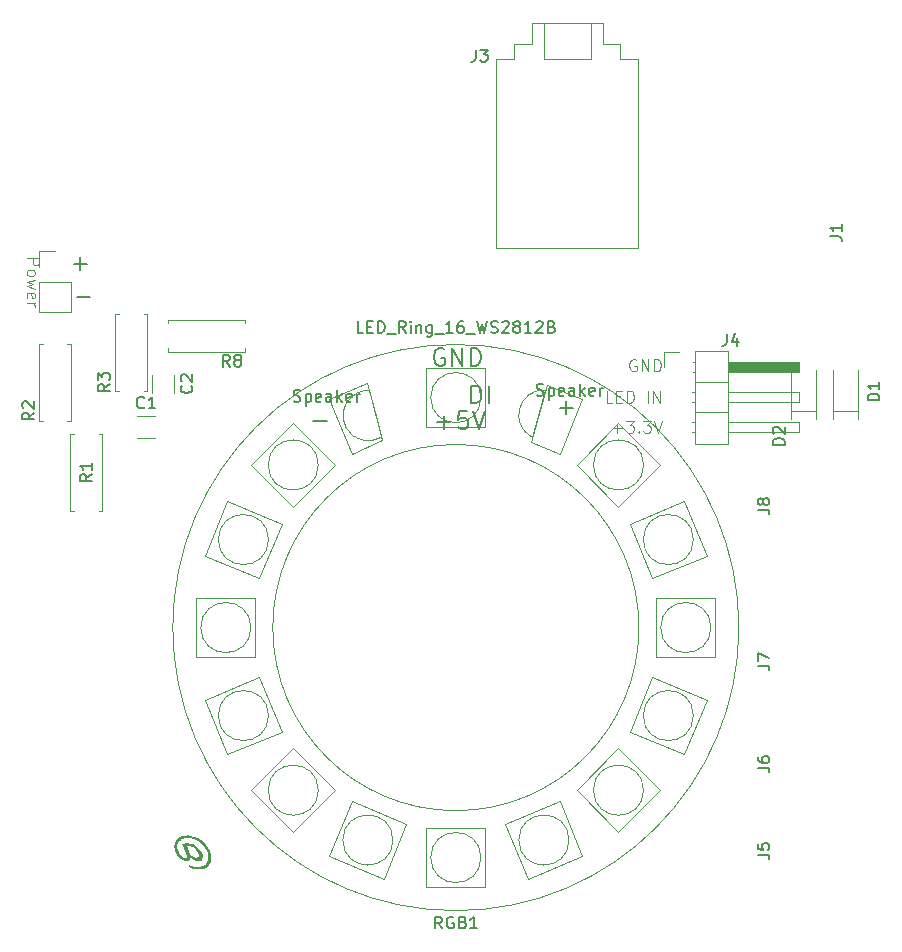
<source format=gbr>
%TF.GenerationSoftware,KiCad,Pcbnew,9.0.4*%
%TF.CreationDate,2025-09-18T23:21:34+02:00*%
%TF.ProjectId,X-DaysSynth,582d4461-7973-4537-996e-74682e6b6963,0.4*%
%TF.SameCoordinates,Original*%
%TF.FileFunction,Legend,Top*%
%TF.FilePolarity,Positive*%
%FSLAX46Y46*%
G04 Gerber Fmt 4.6, Leading zero omitted, Abs format (unit mm)*
G04 Created by KiCad (PCBNEW 9.0.4) date 2025-09-18 23:21:34*
%MOMM*%
%LPD*%
G01*
G04 APERTURE LIST*
%ADD10C,0.100000*%
%ADD11C,0.150000*%
%ADD12C,0.300000*%
%ADD13C,0.200000*%
%ADD14C,0.120000*%
%ADD15C,0.101600*%
G04 APERTURE END LIST*
D10*
X155763496Y-71768038D02*
X155668258Y-71720419D01*
X155668258Y-71720419D02*
X155525401Y-71720419D01*
X155525401Y-71720419D02*
X155382544Y-71768038D01*
X155382544Y-71768038D02*
X155287306Y-71863276D01*
X155287306Y-71863276D02*
X155239687Y-71958514D01*
X155239687Y-71958514D02*
X155192068Y-72148990D01*
X155192068Y-72148990D02*
X155192068Y-72291847D01*
X155192068Y-72291847D02*
X155239687Y-72482323D01*
X155239687Y-72482323D02*
X155287306Y-72577561D01*
X155287306Y-72577561D02*
X155382544Y-72672800D01*
X155382544Y-72672800D02*
X155525401Y-72720419D01*
X155525401Y-72720419D02*
X155620639Y-72720419D01*
X155620639Y-72720419D02*
X155763496Y-72672800D01*
X155763496Y-72672800D02*
X155811115Y-72625180D01*
X155811115Y-72625180D02*
X155811115Y-72291847D01*
X155811115Y-72291847D02*
X155620639Y-72291847D01*
X156239687Y-72720419D02*
X156239687Y-71720419D01*
X156239687Y-71720419D02*
X156811115Y-72720419D01*
X156811115Y-72720419D02*
X156811115Y-71720419D01*
X157287306Y-72720419D02*
X157287306Y-71720419D01*
X157287306Y-71720419D02*
X157525401Y-71720419D01*
X157525401Y-71720419D02*
X157668258Y-71768038D01*
X157668258Y-71768038D02*
X157763496Y-71863276D01*
X157763496Y-71863276D02*
X157811115Y-71958514D01*
X157811115Y-71958514D02*
X157858734Y-72148990D01*
X157858734Y-72148990D02*
X157858734Y-72291847D01*
X157858734Y-72291847D02*
X157811115Y-72482323D01*
X157811115Y-72482323D02*
X157763496Y-72577561D01*
X157763496Y-72577561D02*
X157668258Y-72672800D01*
X157668258Y-72672800D02*
X157525401Y-72720419D01*
X157525401Y-72720419D02*
X157287306Y-72720419D01*
D11*
X147355160Y-74752200D02*
X147498017Y-74799819D01*
X147498017Y-74799819D02*
X147736112Y-74799819D01*
X147736112Y-74799819D02*
X147831350Y-74752200D01*
X147831350Y-74752200D02*
X147878969Y-74704580D01*
X147878969Y-74704580D02*
X147926588Y-74609342D01*
X147926588Y-74609342D02*
X147926588Y-74514104D01*
X147926588Y-74514104D02*
X147878969Y-74418866D01*
X147878969Y-74418866D02*
X147831350Y-74371247D01*
X147831350Y-74371247D02*
X147736112Y-74323628D01*
X147736112Y-74323628D02*
X147545636Y-74276009D01*
X147545636Y-74276009D02*
X147450398Y-74228390D01*
X147450398Y-74228390D02*
X147402779Y-74180771D01*
X147402779Y-74180771D02*
X147355160Y-74085533D01*
X147355160Y-74085533D02*
X147355160Y-73990295D01*
X147355160Y-73990295D02*
X147402779Y-73895057D01*
X147402779Y-73895057D02*
X147450398Y-73847438D01*
X147450398Y-73847438D02*
X147545636Y-73799819D01*
X147545636Y-73799819D02*
X147783731Y-73799819D01*
X147783731Y-73799819D02*
X147926588Y-73847438D01*
X148355160Y-74133152D02*
X148355160Y-75133152D01*
X148355160Y-74180771D02*
X148450398Y-74133152D01*
X148450398Y-74133152D02*
X148640874Y-74133152D01*
X148640874Y-74133152D02*
X148736112Y-74180771D01*
X148736112Y-74180771D02*
X148783731Y-74228390D01*
X148783731Y-74228390D02*
X148831350Y-74323628D01*
X148831350Y-74323628D02*
X148831350Y-74609342D01*
X148831350Y-74609342D02*
X148783731Y-74704580D01*
X148783731Y-74704580D02*
X148736112Y-74752200D01*
X148736112Y-74752200D02*
X148640874Y-74799819D01*
X148640874Y-74799819D02*
X148450398Y-74799819D01*
X148450398Y-74799819D02*
X148355160Y-74752200D01*
X149640874Y-74752200D02*
X149545636Y-74799819D01*
X149545636Y-74799819D02*
X149355160Y-74799819D01*
X149355160Y-74799819D02*
X149259922Y-74752200D01*
X149259922Y-74752200D02*
X149212303Y-74656961D01*
X149212303Y-74656961D02*
X149212303Y-74276009D01*
X149212303Y-74276009D02*
X149259922Y-74180771D01*
X149259922Y-74180771D02*
X149355160Y-74133152D01*
X149355160Y-74133152D02*
X149545636Y-74133152D01*
X149545636Y-74133152D02*
X149640874Y-74180771D01*
X149640874Y-74180771D02*
X149688493Y-74276009D01*
X149688493Y-74276009D02*
X149688493Y-74371247D01*
X149688493Y-74371247D02*
X149212303Y-74466485D01*
X150545636Y-74799819D02*
X150545636Y-74276009D01*
X150545636Y-74276009D02*
X150498017Y-74180771D01*
X150498017Y-74180771D02*
X150402779Y-74133152D01*
X150402779Y-74133152D02*
X150212303Y-74133152D01*
X150212303Y-74133152D02*
X150117065Y-74180771D01*
X150545636Y-74752200D02*
X150450398Y-74799819D01*
X150450398Y-74799819D02*
X150212303Y-74799819D01*
X150212303Y-74799819D02*
X150117065Y-74752200D01*
X150117065Y-74752200D02*
X150069446Y-74656961D01*
X150069446Y-74656961D02*
X150069446Y-74561723D01*
X150069446Y-74561723D02*
X150117065Y-74466485D01*
X150117065Y-74466485D02*
X150212303Y-74418866D01*
X150212303Y-74418866D02*
X150450398Y-74418866D01*
X150450398Y-74418866D02*
X150545636Y-74371247D01*
X151021827Y-74799819D02*
X151021827Y-73799819D01*
X151117065Y-74418866D02*
X151402779Y-74799819D01*
X151402779Y-74133152D02*
X151021827Y-74514104D01*
X152212303Y-74752200D02*
X152117065Y-74799819D01*
X152117065Y-74799819D02*
X151926589Y-74799819D01*
X151926589Y-74799819D02*
X151831351Y-74752200D01*
X151831351Y-74752200D02*
X151783732Y-74656961D01*
X151783732Y-74656961D02*
X151783732Y-74276009D01*
X151783732Y-74276009D02*
X151831351Y-74180771D01*
X151831351Y-74180771D02*
X151926589Y-74133152D01*
X151926589Y-74133152D02*
X152117065Y-74133152D01*
X152117065Y-74133152D02*
X152212303Y-74180771D01*
X152212303Y-74180771D02*
X152259922Y-74276009D01*
X152259922Y-74276009D02*
X152259922Y-74371247D01*
X152259922Y-74371247D02*
X151783732Y-74466485D01*
X152688494Y-74799819D02*
X152688494Y-74133152D01*
X152688494Y-74323628D02*
X152736113Y-74228390D01*
X152736113Y-74228390D02*
X152783732Y-74180771D01*
X152783732Y-74180771D02*
X152878970Y-74133152D01*
X152878970Y-74133152D02*
X152974208Y-74133152D01*
X126781160Y-75260200D02*
X126924017Y-75307819D01*
X126924017Y-75307819D02*
X127162112Y-75307819D01*
X127162112Y-75307819D02*
X127257350Y-75260200D01*
X127257350Y-75260200D02*
X127304969Y-75212580D01*
X127304969Y-75212580D02*
X127352588Y-75117342D01*
X127352588Y-75117342D02*
X127352588Y-75022104D01*
X127352588Y-75022104D02*
X127304969Y-74926866D01*
X127304969Y-74926866D02*
X127257350Y-74879247D01*
X127257350Y-74879247D02*
X127162112Y-74831628D01*
X127162112Y-74831628D02*
X126971636Y-74784009D01*
X126971636Y-74784009D02*
X126876398Y-74736390D01*
X126876398Y-74736390D02*
X126828779Y-74688771D01*
X126828779Y-74688771D02*
X126781160Y-74593533D01*
X126781160Y-74593533D02*
X126781160Y-74498295D01*
X126781160Y-74498295D02*
X126828779Y-74403057D01*
X126828779Y-74403057D02*
X126876398Y-74355438D01*
X126876398Y-74355438D02*
X126971636Y-74307819D01*
X126971636Y-74307819D02*
X127209731Y-74307819D01*
X127209731Y-74307819D02*
X127352588Y-74355438D01*
X127781160Y-74641152D02*
X127781160Y-75641152D01*
X127781160Y-74688771D02*
X127876398Y-74641152D01*
X127876398Y-74641152D02*
X128066874Y-74641152D01*
X128066874Y-74641152D02*
X128162112Y-74688771D01*
X128162112Y-74688771D02*
X128209731Y-74736390D01*
X128209731Y-74736390D02*
X128257350Y-74831628D01*
X128257350Y-74831628D02*
X128257350Y-75117342D01*
X128257350Y-75117342D02*
X128209731Y-75212580D01*
X128209731Y-75212580D02*
X128162112Y-75260200D01*
X128162112Y-75260200D02*
X128066874Y-75307819D01*
X128066874Y-75307819D02*
X127876398Y-75307819D01*
X127876398Y-75307819D02*
X127781160Y-75260200D01*
X129066874Y-75260200D02*
X128971636Y-75307819D01*
X128971636Y-75307819D02*
X128781160Y-75307819D01*
X128781160Y-75307819D02*
X128685922Y-75260200D01*
X128685922Y-75260200D02*
X128638303Y-75164961D01*
X128638303Y-75164961D02*
X128638303Y-74784009D01*
X128638303Y-74784009D02*
X128685922Y-74688771D01*
X128685922Y-74688771D02*
X128781160Y-74641152D01*
X128781160Y-74641152D02*
X128971636Y-74641152D01*
X128971636Y-74641152D02*
X129066874Y-74688771D01*
X129066874Y-74688771D02*
X129114493Y-74784009D01*
X129114493Y-74784009D02*
X129114493Y-74879247D01*
X129114493Y-74879247D02*
X128638303Y-74974485D01*
X129971636Y-75307819D02*
X129971636Y-74784009D01*
X129971636Y-74784009D02*
X129924017Y-74688771D01*
X129924017Y-74688771D02*
X129828779Y-74641152D01*
X129828779Y-74641152D02*
X129638303Y-74641152D01*
X129638303Y-74641152D02*
X129543065Y-74688771D01*
X129971636Y-75260200D02*
X129876398Y-75307819D01*
X129876398Y-75307819D02*
X129638303Y-75307819D01*
X129638303Y-75307819D02*
X129543065Y-75260200D01*
X129543065Y-75260200D02*
X129495446Y-75164961D01*
X129495446Y-75164961D02*
X129495446Y-75069723D01*
X129495446Y-75069723D02*
X129543065Y-74974485D01*
X129543065Y-74974485D02*
X129638303Y-74926866D01*
X129638303Y-74926866D02*
X129876398Y-74926866D01*
X129876398Y-74926866D02*
X129971636Y-74879247D01*
X130447827Y-75307819D02*
X130447827Y-74307819D01*
X130543065Y-74926866D02*
X130828779Y-75307819D01*
X130828779Y-74641152D02*
X130447827Y-75022104D01*
X131638303Y-75260200D02*
X131543065Y-75307819D01*
X131543065Y-75307819D02*
X131352589Y-75307819D01*
X131352589Y-75307819D02*
X131257351Y-75260200D01*
X131257351Y-75260200D02*
X131209732Y-75164961D01*
X131209732Y-75164961D02*
X131209732Y-74784009D01*
X131209732Y-74784009D02*
X131257351Y-74688771D01*
X131257351Y-74688771D02*
X131352589Y-74641152D01*
X131352589Y-74641152D02*
X131543065Y-74641152D01*
X131543065Y-74641152D02*
X131638303Y-74688771D01*
X131638303Y-74688771D02*
X131685922Y-74784009D01*
X131685922Y-74784009D02*
X131685922Y-74879247D01*
X131685922Y-74879247D02*
X131209732Y-74974485D01*
X132114494Y-75307819D02*
X132114494Y-74641152D01*
X132114494Y-74831628D02*
X132162113Y-74736390D01*
X132162113Y-74736390D02*
X132209732Y-74688771D01*
X132209732Y-74688771D02*
X132304970Y-74641152D01*
X132304970Y-74641152D02*
X132400208Y-74641152D01*
D10*
X104190580Y-63174809D02*
X105190580Y-63174809D01*
X105190580Y-63174809D02*
X105190580Y-63555761D01*
X105190580Y-63555761D02*
X105142961Y-63650999D01*
X105142961Y-63650999D02*
X105095342Y-63698618D01*
X105095342Y-63698618D02*
X105000104Y-63746237D01*
X105000104Y-63746237D02*
X104857247Y-63746237D01*
X104857247Y-63746237D02*
X104762009Y-63698618D01*
X104762009Y-63698618D02*
X104714390Y-63650999D01*
X104714390Y-63650999D02*
X104666771Y-63555761D01*
X104666771Y-63555761D02*
X104666771Y-63174809D01*
X104190580Y-64317666D02*
X104238200Y-64222428D01*
X104238200Y-64222428D02*
X104285819Y-64174809D01*
X104285819Y-64174809D02*
X104381057Y-64127190D01*
X104381057Y-64127190D02*
X104666771Y-64127190D01*
X104666771Y-64127190D02*
X104762009Y-64174809D01*
X104762009Y-64174809D02*
X104809628Y-64222428D01*
X104809628Y-64222428D02*
X104857247Y-64317666D01*
X104857247Y-64317666D02*
X104857247Y-64460523D01*
X104857247Y-64460523D02*
X104809628Y-64555761D01*
X104809628Y-64555761D02*
X104762009Y-64603380D01*
X104762009Y-64603380D02*
X104666771Y-64650999D01*
X104666771Y-64650999D02*
X104381057Y-64650999D01*
X104381057Y-64650999D02*
X104285819Y-64603380D01*
X104285819Y-64603380D02*
X104238200Y-64555761D01*
X104238200Y-64555761D02*
X104190580Y-64460523D01*
X104190580Y-64460523D02*
X104190580Y-64317666D01*
X104857247Y-64984333D02*
X104190580Y-65174809D01*
X104190580Y-65174809D02*
X104666771Y-65365285D01*
X104666771Y-65365285D02*
X104190580Y-65555761D01*
X104190580Y-65555761D02*
X104857247Y-65746237D01*
X104238200Y-66508142D02*
X104190580Y-66412904D01*
X104190580Y-66412904D02*
X104190580Y-66222428D01*
X104190580Y-66222428D02*
X104238200Y-66127190D01*
X104238200Y-66127190D02*
X104333438Y-66079571D01*
X104333438Y-66079571D02*
X104714390Y-66079571D01*
X104714390Y-66079571D02*
X104809628Y-66127190D01*
X104809628Y-66127190D02*
X104857247Y-66222428D01*
X104857247Y-66222428D02*
X104857247Y-66412904D01*
X104857247Y-66412904D02*
X104809628Y-66508142D01*
X104809628Y-66508142D02*
X104714390Y-66555761D01*
X104714390Y-66555761D02*
X104619152Y-66555761D01*
X104619152Y-66555761D02*
X104523914Y-66079571D01*
X104190580Y-66984333D02*
X104857247Y-66984333D01*
X104666771Y-66984333D02*
X104762009Y-67031952D01*
X104762009Y-67031952D02*
X104809628Y-67079571D01*
X104809628Y-67079571D02*
X104857247Y-67174809D01*
X104857247Y-67174809D02*
X104857247Y-67270047D01*
D12*
G36*
X118060765Y-112058135D02*
G01*
X118354778Y-112125933D01*
X118638227Y-112238085D01*
X118906106Y-112393259D01*
X119151875Y-112588655D01*
X119367904Y-112819259D01*
X119462342Y-112945542D01*
X119546465Y-113077564D01*
X119619377Y-113213770D01*
X119681054Y-113354087D01*
X119754698Y-113583644D01*
X119783249Y-113722287D01*
X119798696Y-113855660D01*
X119801326Y-113979286D01*
X119791988Y-114097065D01*
X119771725Y-114204956D01*
X119740556Y-114306562D01*
X119699967Y-114398861D01*
X119649344Y-114484477D01*
X119589990Y-114561693D01*
X119521203Y-114631757D01*
X119356477Y-114748661D01*
X119153425Y-114833710D01*
X118909166Y-114883273D01*
X118713124Y-114893946D01*
X118539925Y-114887790D01*
X118375137Y-114868150D01*
X118236140Y-114838963D01*
X118097322Y-114797255D01*
X117910969Y-114721755D01*
X117931852Y-114532161D01*
X118158519Y-114620859D01*
X118424913Y-114676058D01*
X118620617Y-114688232D01*
X118749119Y-114682410D01*
X118870443Y-114665101D01*
X118980226Y-114637679D01*
X119082030Y-114599962D01*
X119171789Y-114554201D01*
X119253041Y-114499315D01*
X119322803Y-114437935D01*
X119383643Y-114368419D01*
X119433914Y-114292937D01*
X119474759Y-114210035D01*
X119505504Y-114120639D01*
X119526070Y-114024252D01*
X119534758Y-113809363D01*
X119495356Y-113563084D01*
X119494213Y-113558548D01*
X119409826Y-113310799D01*
X119281140Y-113073083D01*
X119108662Y-112849418D01*
X118895167Y-112646574D01*
X118647891Y-112473986D01*
X118515060Y-112402189D01*
X118380248Y-112342399D01*
X118245201Y-112295146D01*
X118111248Y-112260797D01*
X117984268Y-112240300D01*
X117861126Y-112232713D01*
X117852168Y-112232676D01*
X117712167Y-112238446D01*
X117583725Y-112255392D01*
X117470454Y-112281906D01*
X117367987Y-112317871D01*
X117278786Y-112361387D01*
X117199769Y-112412899D01*
X117132023Y-112470877D01*
X117074104Y-112535707D01*
X116987637Y-112684402D01*
X116939910Y-112859391D01*
X116933808Y-113061825D01*
X116965933Y-113257763D01*
X117044054Y-113477708D01*
X117153872Y-113660476D01*
X117289665Y-113805302D01*
X117442196Y-113908089D01*
X117520616Y-113941882D01*
X117592627Y-113961510D01*
X117654698Y-113967777D01*
X117698151Y-113960470D01*
X117731694Y-113941157D01*
X117763874Y-113879713D01*
X117760810Y-113770487D01*
X117701717Y-113580584D01*
X117679977Y-113529239D01*
X117429310Y-112969617D01*
X117726139Y-112969617D01*
X117919396Y-113391486D01*
X118026121Y-113566911D01*
X118103132Y-113660459D01*
X118188864Y-113745740D01*
X118274099Y-113813811D01*
X118361273Y-113866363D01*
X118432952Y-113895282D01*
X118502497Y-113908552D01*
X118519867Y-113909159D01*
X118581470Y-113903495D01*
X118631573Y-113887294D01*
X118668966Y-113863338D01*
X118697175Y-113832018D01*
X118728856Y-113747162D01*
X118724909Y-113626791D01*
X118717337Y-113591887D01*
X118648893Y-113415627D01*
X118534905Y-113246665D01*
X118381612Y-113100442D01*
X118295280Y-113041878D01*
X118204845Y-112994966D01*
X118115933Y-112962129D01*
X118026076Y-112942166D01*
X117944492Y-112936095D01*
X117791963Y-112952836D01*
X117726139Y-112969617D01*
X117429310Y-112969617D01*
X117352264Y-112797609D01*
X117516779Y-112738553D01*
X117633717Y-112715671D01*
X117762820Y-112702948D01*
X117835315Y-112701072D01*
X118064543Y-112723727D01*
X118291369Y-112791859D01*
X118507922Y-112904678D01*
X118703729Y-113058615D01*
X118790164Y-113148745D01*
X118867376Y-113246303D01*
X118933624Y-113348972D01*
X118989224Y-113457298D01*
X119057506Y-113654535D01*
X119075513Y-113749644D01*
X119080298Y-113836808D01*
X119073102Y-113912861D01*
X119054999Y-113980730D01*
X119027786Y-114038146D01*
X118991629Y-114087194D01*
X118896365Y-114158055D01*
X118770726Y-114192438D01*
X118721550Y-114194923D01*
X118551087Y-114172573D01*
X118374913Y-114103780D01*
X118196558Y-113985393D01*
X118032786Y-113825811D01*
X118020146Y-113825811D01*
X118031114Y-113906787D01*
X118029038Y-113977939D01*
X118016016Y-114035852D01*
X117993067Y-114084906D01*
X117923238Y-114154505D01*
X117821310Y-114190526D01*
X117763874Y-114194740D01*
X117576198Y-114171439D01*
X117376134Y-114098594D01*
X117276562Y-114043329D01*
X117179776Y-113975819D01*
X117088751Y-113897683D01*
X117003100Y-113807967D01*
X116926719Y-113710428D01*
X116857791Y-113602305D01*
X116799721Y-113488599D01*
X116750695Y-113365326D01*
X116713874Y-113241093D01*
X116688782Y-113116019D01*
X116676371Y-112993756D01*
X116676519Y-112879221D01*
X116688671Y-112768814D01*
X116711697Y-112667471D01*
X116745943Y-112571264D01*
X116789551Y-112484176D01*
X116843694Y-112403029D01*
X116906532Y-112330359D01*
X116979477Y-112264395D01*
X117061528Y-112206342D01*
X117153577Y-112155873D01*
X117256004Y-112113396D01*
X117368623Y-112079589D01*
X117628642Y-112039797D01*
X117759661Y-112035389D01*
X118060765Y-112058135D01*
G37*
D11*
X149859200Y-76379173D02*
X149859200Y-75236316D01*
X150430628Y-75807744D02*
X149287771Y-75807744D01*
D10*
X153763496Y-75387419D02*
X153287306Y-75387419D01*
X153287306Y-75387419D02*
X153287306Y-74387419D01*
X154096830Y-74863609D02*
X154430163Y-74863609D01*
X154573020Y-75387419D02*
X154096830Y-75387419D01*
X154096830Y-75387419D02*
X154096830Y-74387419D01*
X154096830Y-74387419D02*
X154573020Y-74387419D01*
X155001592Y-75387419D02*
X155001592Y-74387419D01*
X155001592Y-74387419D02*
X155239687Y-74387419D01*
X155239687Y-74387419D02*
X155382544Y-74435038D01*
X155382544Y-74435038D02*
X155477782Y-74530276D01*
X155477782Y-74530276D02*
X155525401Y-74625514D01*
X155525401Y-74625514D02*
X155573020Y-74815990D01*
X155573020Y-74815990D02*
X155573020Y-74958847D01*
X155573020Y-74958847D02*
X155525401Y-75149323D01*
X155525401Y-75149323D02*
X155477782Y-75244561D01*
X155477782Y-75244561D02*
X155382544Y-75339800D01*
X155382544Y-75339800D02*
X155239687Y-75387419D01*
X155239687Y-75387419D02*
X155001592Y-75387419D01*
X156763497Y-75387419D02*
X156763497Y-74387419D01*
X157239687Y-75387419D02*
X157239687Y-74387419D01*
X157239687Y-74387419D02*
X157811115Y-75387419D01*
X157811115Y-75387419D02*
X157811115Y-74387419D01*
D11*
X108405826Y-66421800D02*
X109548684Y-66421800D01*
D10*
X153811116Y-77546466D02*
X154573021Y-77546466D01*
X154192068Y-77927419D02*
X154192068Y-77165514D01*
X154953973Y-76927419D02*
X155573020Y-76927419D01*
X155573020Y-76927419D02*
X155239687Y-77308371D01*
X155239687Y-77308371D02*
X155382544Y-77308371D01*
X155382544Y-77308371D02*
X155477782Y-77355990D01*
X155477782Y-77355990D02*
X155525401Y-77403609D01*
X155525401Y-77403609D02*
X155573020Y-77498847D01*
X155573020Y-77498847D02*
X155573020Y-77736942D01*
X155573020Y-77736942D02*
X155525401Y-77832180D01*
X155525401Y-77832180D02*
X155477782Y-77879800D01*
X155477782Y-77879800D02*
X155382544Y-77927419D01*
X155382544Y-77927419D02*
X155096830Y-77927419D01*
X155096830Y-77927419D02*
X155001592Y-77879800D01*
X155001592Y-77879800D02*
X154953973Y-77832180D01*
X156001592Y-77832180D02*
X156049211Y-77879800D01*
X156049211Y-77879800D02*
X156001592Y-77927419D01*
X156001592Y-77927419D02*
X155953973Y-77879800D01*
X155953973Y-77879800D02*
X156001592Y-77832180D01*
X156001592Y-77832180D02*
X156001592Y-77927419D01*
X156382544Y-76927419D02*
X157001591Y-76927419D01*
X157001591Y-76927419D02*
X156668258Y-77308371D01*
X156668258Y-77308371D02*
X156811115Y-77308371D01*
X156811115Y-77308371D02*
X156906353Y-77355990D01*
X156906353Y-77355990D02*
X156953972Y-77403609D01*
X156953972Y-77403609D02*
X157001591Y-77498847D01*
X157001591Y-77498847D02*
X157001591Y-77736942D01*
X157001591Y-77736942D02*
X156953972Y-77832180D01*
X156953972Y-77832180D02*
X156906353Y-77879800D01*
X156906353Y-77879800D02*
X156811115Y-77927419D01*
X156811115Y-77927419D02*
X156525401Y-77927419D01*
X156525401Y-77927419D02*
X156430163Y-77879800D01*
X156430163Y-77879800D02*
X156382544Y-77832180D01*
X157287306Y-76927419D02*
X157620639Y-77927419D01*
X157620639Y-77927419D02*
X157953972Y-76927419D01*
D11*
X129592173Y-76962800D02*
X128449316Y-76962800D01*
X108711200Y-64187173D02*
X108711200Y-63044316D01*
X109282628Y-63615744D02*
X108139771Y-63615744D01*
X142189866Y-45510219D02*
X142189866Y-46224504D01*
X142189866Y-46224504D02*
X142142247Y-46367361D01*
X142142247Y-46367361D02*
X142047009Y-46462600D01*
X142047009Y-46462600D02*
X141904152Y-46510219D01*
X141904152Y-46510219D02*
X141808914Y-46510219D01*
X142570819Y-45510219D02*
X143189866Y-45510219D01*
X143189866Y-45510219D02*
X142856533Y-45891171D01*
X142856533Y-45891171D02*
X142999390Y-45891171D01*
X142999390Y-45891171D02*
X143094628Y-45938790D01*
X143094628Y-45938790D02*
X143142247Y-45986409D01*
X143142247Y-45986409D02*
X143189866Y-46081647D01*
X143189866Y-46081647D02*
X143189866Y-46319742D01*
X143189866Y-46319742D02*
X143142247Y-46414980D01*
X143142247Y-46414980D02*
X143094628Y-46462600D01*
X143094628Y-46462600D02*
X142999390Y-46510219D01*
X142999390Y-46510219D02*
X142713676Y-46510219D01*
X142713676Y-46510219D02*
X142618438Y-46462600D01*
X142618438Y-46462600D02*
X142570819Y-46414980D01*
X111198819Y-73826666D02*
X110722628Y-74159999D01*
X111198819Y-74398094D02*
X110198819Y-74398094D01*
X110198819Y-74398094D02*
X110198819Y-74017142D01*
X110198819Y-74017142D02*
X110246438Y-73921904D01*
X110246438Y-73921904D02*
X110294057Y-73874285D01*
X110294057Y-73874285D02*
X110389295Y-73826666D01*
X110389295Y-73826666D02*
X110532152Y-73826666D01*
X110532152Y-73826666D02*
X110627390Y-73874285D01*
X110627390Y-73874285D02*
X110675009Y-73921904D01*
X110675009Y-73921904D02*
X110722628Y-74017142D01*
X110722628Y-74017142D02*
X110722628Y-74398094D01*
X110198819Y-73493332D02*
X110198819Y-72874285D01*
X110198819Y-72874285D02*
X110579771Y-73207618D01*
X110579771Y-73207618D02*
X110579771Y-73064761D01*
X110579771Y-73064761D02*
X110627390Y-72969523D01*
X110627390Y-72969523D02*
X110675009Y-72921904D01*
X110675009Y-72921904D02*
X110770247Y-72874285D01*
X110770247Y-72874285D02*
X111008342Y-72874285D01*
X111008342Y-72874285D02*
X111103580Y-72921904D01*
X111103580Y-72921904D02*
X111151200Y-72969523D01*
X111151200Y-72969523D02*
X111198819Y-73064761D01*
X111198819Y-73064761D02*
X111198819Y-73350475D01*
X111198819Y-73350475D02*
X111151200Y-73445713D01*
X111151200Y-73445713D02*
X111103580Y-73493332D01*
X166048066Y-84461148D02*
X166762351Y-84461148D01*
X166762351Y-84461148D02*
X166905208Y-84508767D01*
X166905208Y-84508767D02*
X167000447Y-84604005D01*
X167000447Y-84604005D02*
X167048066Y-84746862D01*
X167048066Y-84746862D02*
X167048066Y-84842100D01*
X166476637Y-83842100D02*
X166429018Y-83937338D01*
X166429018Y-83937338D02*
X166381399Y-83984957D01*
X166381399Y-83984957D02*
X166286161Y-84032576D01*
X166286161Y-84032576D02*
X166238542Y-84032576D01*
X166238542Y-84032576D02*
X166143304Y-83984957D01*
X166143304Y-83984957D02*
X166095685Y-83937338D01*
X166095685Y-83937338D02*
X166048066Y-83842100D01*
X166048066Y-83842100D02*
X166048066Y-83651624D01*
X166048066Y-83651624D02*
X166095685Y-83556386D01*
X166095685Y-83556386D02*
X166143304Y-83508767D01*
X166143304Y-83508767D02*
X166238542Y-83461148D01*
X166238542Y-83461148D02*
X166286161Y-83461148D01*
X166286161Y-83461148D02*
X166381399Y-83508767D01*
X166381399Y-83508767D02*
X166429018Y-83556386D01*
X166429018Y-83556386D02*
X166476637Y-83651624D01*
X166476637Y-83651624D02*
X166476637Y-83842100D01*
X166476637Y-83842100D02*
X166524256Y-83937338D01*
X166524256Y-83937338D02*
X166571875Y-83984957D01*
X166571875Y-83984957D02*
X166667113Y-84032576D01*
X166667113Y-84032576D02*
X166857589Y-84032576D01*
X166857589Y-84032576D02*
X166952827Y-83984957D01*
X166952827Y-83984957D02*
X167000447Y-83937338D01*
X167000447Y-83937338D02*
X167048066Y-83842100D01*
X167048066Y-83842100D02*
X167048066Y-83651624D01*
X167048066Y-83651624D02*
X167000447Y-83556386D01*
X167000447Y-83556386D02*
X166952827Y-83508767D01*
X166952827Y-83508767D02*
X166857589Y-83461148D01*
X166857589Y-83461148D02*
X166667113Y-83461148D01*
X166667113Y-83461148D02*
X166571875Y-83508767D01*
X166571875Y-83508767D02*
X166524256Y-83556386D01*
X166524256Y-83556386D02*
X166476637Y-83651624D01*
X166048066Y-106305148D02*
X166762351Y-106305148D01*
X166762351Y-106305148D02*
X166905208Y-106352767D01*
X166905208Y-106352767D02*
X167000447Y-106448005D01*
X167000447Y-106448005D02*
X167048066Y-106590862D01*
X167048066Y-106590862D02*
X167048066Y-106686100D01*
X166048066Y-105400386D02*
X166048066Y-105590862D01*
X166048066Y-105590862D02*
X166095685Y-105686100D01*
X166095685Y-105686100D02*
X166143304Y-105733719D01*
X166143304Y-105733719D02*
X166286161Y-105828957D01*
X166286161Y-105828957D02*
X166476637Y-105876576D01*
X166476637Y-105876576D02*
X166857589Y-105876576D01*
X166857589Y-105876576D02*
X166952827Y-105828957D01*
X166952827Y-105828957D02*
X167000447Y-105781338D01*
X167000447Y-105781338D02*
X167048066Y-105686100D01*
X167048066Y-105686100D02*
X167048066Y-105495624D01*
X167048066Y-105495624D02*
X167000447Y-105400386D01*
X167000447Y-105400386D02*
X166952827Y-105352767D01*
X166952827Y-105352767D02*
X166857589Y-105305148D01*
X166857589Y-105305148D02*
X166619494Y-105305148D01*
X166619494Y-105305148D02*
X166524256Y-105352767D01*
X166524256Y-105352767D02*
X166476637Y-105400386D01*
X166476637Y-105400386D02*
X166429018Y-105495624D01*
X166429018Y-105495624D02*
X166429018Y-105686100D01*
X166429018Y-105686100D02*
X166476637Y-105781338D01*
X166476637Y-105781338D02*
X166524256Y-105828957D01*
X166524256Y-105828957D02*
X166619494Y-105876576D01*
X114113333Y-75779580D02*
X114065714Y-75827200D01*
X114065714Y-75827200D02*
X113922857Y-75874819D01*
X113922857Y-75874819D02*
X113827619Y-75874819D01*
X113827619Y-75874819D02*
X113684762Y-75827200D01*
X113684762Y-75827200D02*
X113589524Y-75731961D01*
X113589524Y-75731961D02*
X113541905Y-75636723D01*
X113541905Y-75636723D02*
X113494286Y-75446247D01*
X113494286Y-75446247D02*
X113494286Y-75303390D01*
X113494286Y-75303390D02*
X113541905Y-75112914D01*
X113541905Y-75112914D02*
X113589524Y-75017676D01*
X113589524Y-75017676D02*
X113684762Y-74922438D01*
X113684762Y-74922438D02*
X113827619Y-74874819D01*
X113827619Y-74874819D02*
X113922857Y-74874819D01*
X113922857Y-74874819D02*
X114065714Y-74922438D01*
X114065714Y-74922438D02*
X114113333Y-74970057D01*
X115065714Y-75874819D02*
X114494286Y-75874819D01*
X114780000Y-75874819D02*
X114780000Y-74874819D01*
X114780000Y-74874819D02*
X114684762Y-75017676D01*
X114684762Y-75017676D02*
X114589524Y-75112914D01*
X114589524Y-75112914D02*
X114494286Y-75160533D01*
X166048066Y-113671148D02*
X166762351Y-113671148D01*
X166762351Y-113671148D02*
X166905208Y-113718767D01*
X166905208Y-113718767D02*
X167000447Y-113814005D01*
X167000447Y-113814005D02*
X167048066Y-113956862D01*
X167048066Y-113956862D02*
X167048066Y-114052100D01*
X166048066Y-112718767D02*
X166048066Y-113194957D01*
X166048066Y-113194957D02*
X166524256Y-113242576D01*
X166524256Y-113242576D02*
X166476637Y-113194957D01*
X166476637Y-113194957D02*
X166429018Y-113099719D01*
X166429018Y-113099719D02*
X166429018Y-112861624D01*
X166429018Y-112861624D02*
X166476637Y-112766386D01*
X166476637Y-112766386D02*
X166524256Y-112718767D01*
X166524256Y-112718767D02*
X166619494Y-112671148D01*
X166619494Y-112671148D02*
X166857589Y-112671148D01*
X166857589Y-112671148D02*
X166952827Y-112718767D01*
X166952827Y-112718767D02*
X167000447Y-112766386D01*
X167000447Y-112766386D02*
X167048066Y-112861624D01*
X167048066Y-112861624D02*
X167048066Y-113099719D01*
X167048066Y-113099719D02*
X167000447Y-113194957D01*
X167000447Y-113194957D02*
X166952827Y-113242576D01*
X163436665Y-69574819D02*
X163436665Y-70289104D01*
X163436665Y-70289104D02*
X163389046Y-70431961D01*
X163389046Y-70431961D02*
X163293808Y-70527200D01*
X163293808Y-70527200D02*
X163150951Y-70574819D01*
X163150951Y-70574819D02*
X163055713Y-70574819D01*
X164341427Y-69908152D02*
X164341427Y-70574819D01*
X164103332Y-69527200D02*
X163865237Y-70241485D01*
X163865237Y-70241485D02*
X164484284Y-70241485D01*
X104805819Y-76239666D02*
X104329628Y-76572999D01*
X104805819Y-76811094D02*
X103805819Y-76811094D01*
X103805819Y-76811094D02*
X103805819Y-76430142D01*
X103805819Y-76430142D02*
X103853438Y-76334904D01*
X103853438Y-76334904D02*
X103901057Y-76287285D01*
X103901057Y-76287285D02*
X103996295Y-76239666D01*
X103996295Y-76239666D02*
X104139152Y-76239666D01*
X104139152Y-76239666D02*
X104234390Y-76287285D01*
X104234390Y-76287285D02*
X104282009Y-76334904D01*
X104282009Y-76334904D02*
X104329628Y-76430142D01*
X104329628Y-76430142D02*
X104329628Y-76811094D01*
X103901057Y-75858713D02*
X103853438Y-75811094D01*
X103853438Y-75811094D02*
X103805819Y-75715856D01*
X103805819Y-75715856D02*
X103805819Y-75477761D01*
X103805819Y-75477761D02*
X103853438Y-75382523D01*
X103853438Y-75382523D02*
X103901057Y-75334904D01*
X103901057Y-75334904D02*
X103996295Y-75287285D01*
X103996295Y-75287285D02*
X104091533Y-75287285D01*
X104091533Y-75287285D02*
X104234390Y-75334904D01*
X104234390Y-75334904D02*
X104805819Y-75906332D01*
X104805819Y-75906332D02*
X104805819Y-75287285D01*
X121372333Y-72336819D02*
X121039000Y-71860628D01*
X120800905Y-72336819D02*
X120800905Y-71336819D01*
X120800905Y-71336819D02*
X121181857Y-71336819D01*
X121181857Y-71336819D02*
X121277095Y-71384438D01*
X121277095Y-71384438D02*
X121324714Y-71432057D01*
X121324714Y-71432057D02*
X121372333Y-71527295D01*
X121372333Y-71527295D02*
X121372333Y-71670152D01*
X121372333Y-71670152D02*
X121324714Y-71765390D01*
X121324714Y-71765390D02*
X121277095Y-71813009D01*
X121277095Y-71813009D02*
X121181857Y-71860628D01*
X121181857Y-71860628D02*
X120800905Y-71860628D01*
X121943762Y-71765390D02*
X121848524Y-71717771D01*
X121848524Y-71717771D02*
X121800905Y-71670152D01*
X121800905Y-71670152D02*
X121753286Y-71574914D01*
X121753286Y-71574914D02*
X121753286Y-71527295D01*
X121753286Y-71527295D02*
X121800905Y-71432057D01*
X121800905Y-71432057D02*
X121848524Y-71384438D01*
X121848524Y-71384438D02*
X121943762Y-71336819D01*
X121943762Y-71336819D02*
X122134238Y-71336819D01*
X122134238Y-71336819D02*
X122229476Y-71384438D01*
X122229476Y-71384438D02*
X122277095Y-71432057D01*
X122277095Y-71432057D02*
X122324714Y-71527295D01*
X122324714Y-71527295D02*
X122324714Y-71574914D01*
X122324714Y-71574914D02*
X122277095Y-71670152D01*
X122277095Y-71670152D02*
X122229476Y-71717771D01*
X122229476Y-71717771D02*
X122134238Y-71765390D01*
X122134238Y-71765390D02*
X121943762Y-71765390D01*
X121943762Y-71765390D02*
X121848524Y-71813009D01*
X121848524Y-71813009D02*
X121800905Y-71860628D01*
X121800905Y-71860628D02*
X121753286Y-71955866D01*
X121753286Y-71955866D02*
X121753286Y-72146342D01*
X121753286Y-72146342D02*
X121800905Y-72241580D01*
X121800905Y-72241580D02*
X121848524Y-72289200D01*
X121848524Y-72289200D02*
X121943762Y-72336819D01*
X121943762Y-72336819D02*
X122134238Y-72336819D01*
X122134238Y-72336819D02*
X122229476Y-72289200D01*
X122229476Y-72289200D02*
X122277095Y-72241580D01*
X122277095Y-72241580D02*
X122324714Y-72146342D01*
X122324714Y-72146342D02*
X122324714Y-71955866D01*
X122324714Y-71955866D02*
X122277095Y-71860628D01*
X122277095Y-71860628D02*
X122229476Y-71813009D01*
X122229476Y-71813009D02*
X122134238Y-71765390D01*
X168348819Y-78970094D02*
X167348819Y-78970094D01*
X167348819Y-78970094D02*
X167348819Y-78731999D01*
X167348819Y-78731999D02*
X167396438Y-78589142D01*
X167396438Y-78589142D02*
X167491676Y-78493904D01*
X167491676Y-78493904D02*
X167586914Y-78446285D01*
X167586914Y-78446285D02*
X167777390Y-78398666D01*
X167777390Y-78398666D02*
X167920247Y-78398666D01*
X167920247Y-78398666D02*
X168110723Y-78446285D01*
X168110723Y-78446285D02*
X168205961Y-78493904D01*
X168205961Y-78493904D02*
X168301200Y-78589142D01*
X168301200Y-78589142D02*
X168348819Y-78731999D01*
X168348819Y-78731999D02*
X168348819Y-78970094D01*
X167444057Y-78017713D02*
X167396438Y-77970094D01*
X167396438Y-77970094D02*
X167348819Y-77874856D01*
X167348819Y-77874856D02*
X167348819Y-77636761D01*
X167348819Y-77636761D02*
X167396438Y-77541523D01*
X167396438Y-77541523D02*
X167444057Y-77493904D01*
X167444057Y-77493904D02*
X167539295Y-77446285D01*
X167539295Y-77446285D02*
X167634533Y-77446285D01*
X167634533Y-77446285D02*
X167777390Y-77493904D01*
X167777390Y-77493904D02*
X168348819Y-78065332D01*
X168348819Y-78065332D02*
X168348819Y-77446285D01*
X139340231Y-119907254D02*
X139006898Y-119431063D01*
X138768803Y-119907254D02*
X138768803Y-118907254D01*
X138768803Y-118907254D02*
X139149755Y-118907254D01*
X139149755Y-118907254D02*
X139244993Y-118954873D01*
X139244993Y-118954873D02*
X139292612Y-119002492D01*
X139292612Y-119002492D02*
X139340231Y-119097730D01*
X139340231Y-119097730D02*
X139340231Y-119240587D01*
X139340231Y-119240587D02*
X139292612Y-119335825D01*
X139292612Y-119335825D02*
X139244993Y-119383444D01*
X139244993Y-119383444D02*
X139149755Y-119431063D01*
X139149755Y-119431063D02*
X138768803Y-119431063D01*
X140292612Y-118954873D02*
X140197374Y-118907254D01*
X140197374Y-118907254D02*
X140054517Y-118907254D01*
X140054517Y-118907254D02*
X139911660Y-118954873D01*
X139911660Y-118954873D02*
X139816422Y-119050111D01*
X139816422Y-119050111D02*
X139768803Y-119145349D01*
X139768803Y-119145349D02*
X139721184Y-119335825D01*
X139721184Y-119335825D02*
X139721184Y-119478682D01*
X139721184Y-119478682D02*
X139768803Y-119669158D01*
X139768803Y-119669158D02*
X139816422Y-119764396D01*
X139816422Y-119764396D02*
X139911660Y-119859635D01*
X139911660Y-119859635D02*
X140054517Y-119907254D01*
X140054517Y-119907254D02*
X140149755Y-119907254D01*
X140149755Y-119907254D02*
X140292612Y-119859635D01*
X140292612Y-119859635D02*
X140340231Y-119812015D01*
X140340231Y-119812015D02*
X140340231Y-119478682D01*
X140340231Y-119478682D02*
X140149755Y-119478682D01*
X141102136Y-119383444D02*
X141244993Y-119431063D01*
X141244993Y-119431063D02*
X141292612Y-119478682D01*
X141292612Y-119478682D02*
X141340231Y-119573920D01*
X141340231Y-119573920D02*
X141340231Y-119716777D01*
X141340231Y-119716777D02*
X141292612Y-119812015D01*
X141292612Y-119812015D02*
X141244993Y-119859635D01*
X141244993Y-119859635D02*
X141149755Y-119907254D01*
X141149755Y-119907254D02*
X140768803Y-119907254D01*
X140768803Y-119907254D02*
X140768803Y-118907254D01*
X140768803Y-118907254D02*
X141102136Y-118907254D01*
X141102136Y-118907254D02*
X141197374Y-118954873D01*
X141197374Y-118954873D02*
X141244993Y-119002492D01*
X141244993Y-119002492D02*
X141292612Y-119097730D01*
X141292612Y-119097730D02*
X141292612Y-119192968D01*
X141292612Y-119192968D02*
X141244993Y-119288206D01*
X141244993Y-119288206D02*
X141197374Y-119335825D01*
X141197374Y-119335825D02*
X141102136Y-119383444D01*
X141102136Y-119383444D02*
X140768803Y-119383444D01*
X142292612Y-119907254D02*
X141721184Y-119907254D01*
X142006898Y-119907254D02*
X142006898Y-118907254D01*
X142006898Y-118907254D02*
X141911660Y-119050111D01*
X141911660Y-119050111D02*
X141816422Y-119145349D01*
X141816422Y-119145349D02*
X141721184Y-119192968D01*
X132673564Y-69488254D02*
X132197374Y-69488254D01*
X132197374Y-69488254D02*
X132197374Y-68488254D01*
X133006898Y-68964444D02*
X133340231Y-68964444D01*
X133483088Y-69488254D02*
X133006898Y-69488254D01*
X133006898Y-69488254D02*
X133006898Y-68488254D01*
X133006898Y-68488254D02*
X133483088Y-68488254D01*
X133911660Y-69488254D02*
X133911660Y-68488254D01*
X133911660Y-68488254D02*
X134149755Y-68488254D01*
X134149755Y-68488254D02*
X134292612Y-68535873D01*
X134292612Y-68535873D02*
X134387850Y-68631111D01*
X134387850Y-68631111D02*
X134435469Y-68726349D01*
X134435469Y-68726349D02*
X134483088Y-68916825D01*
X134483088Y-68916825D02*
X134483088Y-69059682D01*
X134483088Y-69059682D02*
X134435469Y-69250158D01*
X134435469Y-69250158D02*
X134387850Y-69345396D01*
X134387850Y-69345396D02*
X134292612Y-69440635D01*
X134292612Y-69440635D02*
X134149755Y-69488254D01*
X134149755Y-69488254D02*
X133911660Y-69488254D01*
X134673565Y-69583492D02*
X135435469Y-69583492D01*
X136244993Y-69488254D02*
X135911660Y-69012063D01*
X135673565Y-69488254D02*
X135673565Y-68488254D01*
X135673565Y-68488254D02*
X136054517Y-68488254D01*
X136054517Y-68488254D02*
X136149755Y-68535873D01*
X136149755Y-68535873D02*
X136197374Y-68583492D01*
X136197374Y-68583492D02*
X136244993Y-68678730D01*
X136244993Y-68678730D02*
X136244993Y-68821587D01*
X136244993Y-68821587D02*
X136197374Y-68916825D01*
X136197374Y-68916825D02*
X136149755Y-68964444D01*
X136149755Y-68964444D02*
X136054517Y-69012063D01*
X136054517Y-69012063D02*
X135673565Y-69012063D01*
X136673565Y-69488254D02*
X136673565Y-68821587D01*
X136673565Y-68488254D02*
X136625946Y-68535873D01*
X136625946Y-68535873D02*
X136673565Y-68583492D01*
X136673565Y-68583492D02*
X136721184Y-68535873D01*
X136721184Y-68535873D02*
X136673565Y-68488254D01*
X136673565Y-68488254D02*
X136673565Y-68583492D01*
X137149755Y-68821587D02*
X137149755Y-69488254D01*
X137149755Y-68916825D02*
X137197374Y-68869206D01*
X137197374Y-68869206D02*
X137292612Y-68821587D01*
X137292612Y-68821587D02*
X137435469Y-68821587D01*
X137435469Y-68821587D02*
X137530707Y-68869206D01*
X137530707Y-68869206D02*
X137578326Y-68964444D01*
X137578326Y-68964444D02*
X137578326Y-69488254D01*
X138483088Y-68821587D02*
X138483088Y-69631111D01*
X138483088Y-69631111D02*
X138435469Y-69726349D01*
X138435469Y-69726349D02*
X138387850Y-69773968D01*
X138387850Y-69773968D02*
X138292612Y-69821587D01*
X138292612Y-69821587D02*
X138149755Y-69821587D01*
X138149755Y-69821587D02*
X138054517Y-69773968D01*
X138483088Y-69440635D02*
X138387850Y-69488254D01*
X138387850Y-69488254D02*
X138197374Y-69488254D01*
X138197374Y-69488254D02*
X138102136Y-69440635D01*
X138102136Y-69440635D02*
X138054517Y-69393015D01*
X138054517Y-69393015D02*
X138006898Y-69297777D01*
X138006898Y-69297777D02*
X138006898Y-69012063D01*
X138006898Y-69012063D02*
X138054517Y-68916825D01*
X138054517Y-68916825D02*
X138102136Y-68869206D01*
X138102136Y-68869206D02*
X138197374Y-68821587D01*
X138197374Y-68821587D02*
X138387850Y-68821587D01*
X138387850Y-68821587D02*
X138483088Y-68869206D01*
X138721184Y-69583492D02*
X139483088Y-69583492D01*
X140244993Y-69488254D02*
X139673565Y-69488254D01*
X139959279Y-69488254D02*
X139959279Y-68488254D01*
X139959279Y-68488254D02*
X139864041Y-68631111D01*
X139864041Y-68631111D02*
X139768803Y-68726349D01*
X139768803Y-68726349D02*
X139673565Y-68773968D01*
X141102136Y-68488254D02*
X140911660Y-68488254D01*
X140911660Y-68488254D02*
X140816422Y-68535873D01*
X140816422Y-68535873D02*
X140768803Y-68583492D01*
X140768803Y-68583492D02*
X140673565Y-68726349D01*
X140673565Y-68726349D02*
X140625946Y-68916825D01*
X140625946Y-68916825D02*
X140625946Y-69297777D01*
X140625946Y-69297777D02*
X140673565Y-69393015D01*
X140673565Y-69393015D02*
X140721184Y-69440635D01*
X140721184Y-69440635D02*
X140816422Y-69488254D01*
X140816422Y-69488254D02*
X141006898Y-69488254D01*
X141006898Y-69488254D02*
X141102136Y-69440635D01*
X141102136Y-69440635D02*
X141149755Y-69393015D01*
X141149755Y-69393015D02*
X141197374Y-69297777D01*
X141197374Y-69297777D02*
X141197374Y-69059682D01*
X141197374Y-69059682D02*
X141149755Y-68964444D01*
X141149755Y-68964444D02*
X141102136Y-68916825D01*
X141102136Y-68916825D02*
X141006898Y-68869206D01*
X141006898Y-68869206D02*
X140816422Y-68869206D01*
X140816422Y-68869206D02*
X140721184Y-68916825D01*
X140721184Y-68916825D02*
X140673565Y-68964444D01*
X140673565Y-68964444D02*
X140625946Y-69059682D01*
X141387851Y-69583492D02*
X142149755Y-69583492D01*
X142292613Y-68488254D02*
X142530708Y-69488254D01*
X142530708Y-69488254D02*
X142721184Y-68773968D01*
X142721184Y-68773968D02*
X142911660Y-69488254D01*
X142911660Y-69488254D02*
X143149756Y-68488254D01*
X143483089Y-69440635D02*
X143625946Y-69488254D01*
X143625946Y-69488254D02*
X143864041Y-69488254D01*
X143864041Y-69488254D02*
X143959279Y-69440635D01*
X143959279Y-69440635D02*
X144006898Y-69393015D01*
X144006898Y-69393015D02*
X144054517Y-69297777D01*
X144054517Y-69297777D02*
X144054517Y-69202539D01*
X144054517Y-69202539D02*
X144006898Y-69107301D01*
X144006898Y-69107301D02*
X143959279Y-69059682D01*
X143959279Y-69059682D02*
X143864041Y-69012063D01*
X143864041Y-69012063D02*
X143673565Y-68964444D01*
X143673565Y-68964444D02*
X143578327Y-68916825D01*
X143578327Y-68916825D02*
X143530708Y-68869206D01*
X143530708Y-68869206D02*
X143483089Y-68773968D01*
X143483089Y-68773968D02*
X143483089Y-68678730D01*
X143483089Y-68678730D02*
X143530708Y-68583492D01*
X143530708Y-68583492D02*
X143578327Y-68535873D01*
X143578327Y-68535873D02*
X143673565Y-68488254D01*
X143673565Y-68488254D02*
X143911660Y-68488254D01*
X143911660Y-68488254D02*
X144054517Y-68535873D01*
X144435470Y-68583492D02*
X144483089Y-68535873D01*
X144483089Y-68535873D02*
X144578327Y-68488254D01*
X144578327Y-68488254D02*
X144816422Y-68488254D01*
X144816422Y-68488254D02*
X144911660Y-68535873D01*
X144911660Y-68535873D02*
X144959279Y-68583492D01*
X144959279Y-68583492D02*
X145006898Y-68678730D01*
X145006898Y-68678730D02*
X145006898Y-68773968D01*
X145006898Y-68773968D02*
X144959279Y-68916825D01*
X144959279Y-68916825D02*
X144387851Y-69488254D01*
X144387851Y-69488254D02*
X145006898Y-69488254D01*
X145578327Y-68916825D02*
X145483089Y-68869206D01*
X145483089Y-68869206D02*
X145435470Y-68821587D01*
X145435470Y-68821587D02*
X145387851Y-68726349D01*
X145387851Y-68726349D02*
X145387851Y-68678730D01*
X145387851Y-68678730D02*
X145435470Y-68583492D01*
X145435470Y-68583492D02*
X145483089Y-68535873D01*
X145483089Y-68535873D02*
X145578327Y-68488254D01*
X145578327Y-68488254D02*
X145768803Y-68488254D01*
X145768803Y-68488254D02*
X145864041Y-68535873D01*
X145864041Y-68535873D02*
X145911660Y-68583492D01*
X145911660Y-68583492D02*
X145959279Y-68678730D01*
X145959279Y-68678730D02*
X145959279Y-68726349D01*
X145959279Y-68726349D02*
X145911660Y-68821587D01*
X145911660Y-68821587D02*
X145864041Y-68869206D01*
X145864041Y-68869206D02*
X145768803Y-68916825D01*
X145768803Y-68916825D02*
X145578327Y-68916825D01*
X145578327Y-68916825D02*
X145483089Y-68964444D01*
X145483089Y-68964444D02*
X145435470Y-69012063D01*
X145435470Y-69012063D02*
X145387851Y-69107301D01*
X145387851Y-69107301D02*
X145387851Y-69297777D01*
X145387851Y-69297777D02*
X145435470Y-69393015D01*
X145435470Y-69393015D02*
X145483089Y-69440635D01*
X145483089Y-69440635D02*
X145578327Y-69488254D01*
X145578327Y-69488254D02*
X145768803Y-69488254D01*
X145768803Y-69488254D02*
X145864041Y-69440635D01*
X145864041Y-69440635D02*
X145911660Y-69393015D01*
X145911660Y-69393015D02*
X145959279Y-69297777D01*
X145959279Y-69297777D02*
X145959279Y-69107301D01*
X145959279Y-69107301D02*
X145911660Y-69012063D01*
X145911660Y-69012063D02*
X145864041Y-68964444D01*
X145864041Y-68964444D02*
X145768803Y-68916825D01*
X146911660Y-69488254D02*
X146340232Y-69488254D01*
X146625946Y-69488254D02*
X146625946Y-68488254D01*
X146625946Y-68488254D02*
X146530708Y-68631111D01*
X146530708Y-68631111D02*
X146435470Y-68726349D01*
X146435470Y-68726349D02*
X146340232Y-68773968D01*
X147292613Y-68583492D02*
X147340232Y-68535873D01*
X147340232Y-68535873D02*
X147435470Y-68488254D01*
X147435470Y-68488254D02*
X147673565Y-68488254D01*
X147673565Y-68488254D02*
X147768803Y-68535873D01*
X147768803Y-68535873D02*
X147816422Y-68583492D01*
X147816422Y-68583492D02*
X147864041Y-68678730D01*
X147864041Y-68678730D02*
X147864041Y-68773968D01*
X147864041Y-68773968D02*
X147816422Y-68916825D01*
X147816422Y-68916825D02*
X147244994Y-69488254D01*
X147244994Y-69488254D02*
X147864041Y-69488254D01*
X148625946Y-68964444D02*
X148768803Y-69012063D01*
X148768803Y-69012063D02*
X148816422Y-69059682D01*
X148816422Y-69059682D02*
X148864041Y-69154920D01*
X148864041Y-69154920D02*
X148864041Y-69297777D01*
X148864041Y-69297777D02*
X148816422Y-69393015D01*
X148816422Y-69393015D02*
X148768803Y-69440635D01*
X148768803Y-69440635D02*
X148673565Y-69488254D01*
X148673565Y-69488254D02*
X148292613Y-69488254D01*
X148292613Y-69488254D02*
X148292613Y-68488254D01*
X148292613Y-68488254D02*
X148625946Y-68488254D01*
X148625946Y-68488254D02*
X148721184Y-68535873D01*
X148721184Y-68535873D02*
X148768803Y-68583492D01*
X148768803Y-68583492D02*
X148816422Y-68678730D01*
X148816422Y-68678730D02*
X148816422Y-68773968D01*
X148816422Y-68773968D02*
X148768803Y-68869206D01*
X148768803Y-68869206D02*
X148721184Y-68916825D01*
X148721184Y-68916825D02*
X148625946Y-68964444D01*
X148625946Y-68964444D02*
X148292613Y-68964444D01*
D13*
X138911428Y-77054600D02*
X140054286Y-77054600D01*
X139482857Y-77626028D02*
X139482857Y-76483171D01*
X141482857Y-76126028D02*
X140768571Y-76126028D01*
X140768571Y-76126028D02*
X140697143Y-76840314D01*
X140697143Y-76840314D02*
X140768571Y-76768885D01*
X140768571Y-76768885D02*
X140911429Y-76697457D01*
X140911429Y-76697457D02*
X141268571Y-76697457D01*
X141268571Y-76697457D02*
X141411429Y-76768885D01*
X141411429Y-76768885D02*
X141482857Y-76840314D01*
X141482857Y-76840314D02*
X141554286Y-76983171D01*
X141554286Y-76983171D02*
X141554286Y-77340314D01*
X141554286Y-77340314D02*
X141482857Y-77483171D01*
X141482857Y-77483171D02*
X141411429Y-77554600D01*
X141411429Y-77554600D02*
X141268571Y-77626028D01*
X141268571Y-77626028D02*
X140911429Y-77626028D01*
X140911429Y-77626028D02*
X140768571Y-77554600D01*
X140768571Y-77554600D02*
X140697143Y-77483171D01*
X141982857Y-76126028D02*
X142482857Y-77626028D01*
X142482857Y-77626028D02*
X142982857Y-76126028D01*
X139491041Y-70839892D02*
X139348184Y-70768463D01*
X139348184Y-70768463D02*
X139133898Y-70768463D01*
X139133898Y-70768463D02*
X138919612Y-70839892D01*
X138919612Y-70839892D02*
X138776755Y-70982749D01*
X138776755Y-70982749D02*
X138705326Y-71125606D01*
X138705326Y-71125606D02*
X138633898Y-71411320D01*
X138633898Y-71411320D02*
X138633898Y-71625606D01*
X138633898Y-71625606D02*
X138705326Y-71911320D01*
X138705326Y-71911320D02*
X138776755Y-72054177D01*
X138776755Y-72054177D02*
X138919612Y-72197035D01*
X138919612Y-72197035D02*
X139133898Y-72268463D01*
X139133898Y-72268463D02*
X139276755Y-72268463D01*
X139276755Y-72268463D02*
X139491041Y-72197035D01*
X139491041Y-72197035D02*
X139562469Y-72125606D01*
X139562469Y-72125606D02*
X139562469Y-71625606D01*
X139562469Y-71625606D02*
X139276755Y-71625606D01*
X140205326Y-72268463D02*
X140205326Y-70768463D01*
X140205326Y-70768463D02*
X141062469Y-72268463D01*
X141062469Y-72268463D02*
X141062469Y-70768463D01*
X141776755Y-72268463D02*
X141776755Y-70768463D01*
X141776755Y-70768463D02*
X142133898Y-70768463D01*
X142133898Y-70768463D02*
X142348184Y-70839892D01*
X142348184Y-70839892D02*
X142491041Y-70982749D01*
X142491041Y-70982749D02*
X142562470Y-71125606D01*
X142562470Y-71125606D02*
X142633898Y-71411320D01*
X142633898Y-71411320D02*
X142633898Y-71625606D01*
X142633898Y-71625606D02*
X142562470Y-71911320D01*
X142562470Y-71911320D02*
X142491041Y-72054177D01*
X142491041Y-72054177D02*
X142348184Y-72197035D01*
X142348184Y-72197035D02*
X142133898Y-72268463D01*
X142133898Y-72268463D02*
X141776755Y-72268463D01*
X141820176Y-75443463D02*
X141820176Y-73943463D01*
X141820176Y-73943463D02*
X142177319Y-73943463D01*
X142177319Y-73943463D02*
X142391605Y-74014892D01*
X142391605Y-74014892D02*
X142534462Y-74157749D01*
X142534462Y-74157749D02*
X142605891Y-74300606D01*
X142605891Y-74300606D02*
X142677319Y-74586320D01*
X142677319Y-74586320D02*
X142677319Y-74800606D01*
X142677319Y-74800606D02*
X142605891Y-75086320D01*
X142605891Y-75086320D02*
X142534462Y-75229177D01*
X142534462Y-75229177D02*
X142391605Y-75372035D01*
X142391605Y-75372035D02*
X142177319Y-75443463D01*
X142177319Y-75443463D02*
X141820176Y-75443463D01*
X143320176Y-75443463D02*
X143320176Y-73943463D01*
D11*
X166048066Y-97669148D02*
X166762351Y-97669148D01*
X166762351Y-97669148D02*
X166905208Y-97716767D01*
X166905208Y-97716767D02*
X167000447Y-97812005D01*
X167000447Y-97812005D02*
X167048066Y-97954862D01*
X167048066Y-97954862D02*
X167048066Y-98050100D01*
X166048066Y-97288195D02*
X166048066Y-96621529D01*
X166048066Y-96621529D02*
X167048066Y-97050100D01*
X109674819Y-81446666D02*
X109198628Y-81779999D01*
X109674819Y-82018094D02*
X108674819Y-82018094D01*
X108674819Y-82018094D02*
X108674819Y-81637142D01*
X108674819Y-81637142D02*
X108722438Y-81541904D01*
X108722438Y-81541904D02*
X108770057Y-81494285D01*
X108770057Y-81494285D02*
X108865295Y-81446666D01*
X108865295Y-81446666D02*
X109008152Y-81446666D01*
X109008152Y-81446666D02*
X109103390Y-81494285D01*
X109103390Y-81494285D02*
X109151009Y-81541904D01*
X109151009Y-81541904D02*
X109198628Y-81637142D01*
X109198628Y-81637142D02*
X109198628Y-82018094D01*
X109674819Y-80494285D02*
X109674819Y-81065713D01*
X109674819Y-80779999D02*
X108674819Y-80779999D01*
X108674819Y-80779999D02*
X108817676Y-80875237D01*
X108817676Y-80875237D02*
X108912914Y-80970475D01*
X108912914Y-80970475D02*
X108960533Y-81065713D01*
X176366819Y-75202094D02*
X175366819Y-75202094D01*
X175366819Y-75202094D02*
X175366819Y-74963999D01*
X175366819Y-74963999D02*
X175414438Y-74821142D01*
X175414438Y-74821142D02*
X175509676Y-74725904D01*
X175509676Y-74725904D02*
X175604914Y-74678285D01*
X175604914Y-74678285D02*
X175795390Y-74630666D01*
X175795390Y-74630666D02*
X175938247Y-74630666D01*
X175938247Y-74630666D02*
X176128723Y-74678285D01*
X176128723Y-74678285D02*
X176223961Y-74725904D01*
X176223961Y-74725904D02*
X176319200Y-74821142D01*
X176319200Y-74821142D02*
X176366819Y-74963999D01*
X176366819Y-74963999D02*
X176366819Y-75202094D01*
X176366819Y-73678285D02*
X176366819Y-74249713D01*
X176366819Y-73963999D02*
X175366819Y-73963999D01*
X175366819Y-73963999D02*
X175509676Y-74059237D01*
X175509676Y-74059237D02*
X175604914Y-74154475D01*
X175604914Y-74154475D02*
X175652533Y-74249713D01*
X172174819Y-61293333D02*
X172889104Y-61293333D01*
X172889104Y-61293333D02*
X173031961Y-61340952D01*
X173031961Y-61340952D02*
X173127200Y-61436190D01*
X173127200Y-61436190D02*
X173174819Y-61579047D01*
X173174819Y-61579047D02*
X173174819Y-61674285D01*
X173174819Y-60293333D02*
X173174819Y-60864761D01*
X173174819Y-60579047D02*
X172174819Y-60579047D01*
X172174819Y-60579047D02*
X172317676Y-60674285D01*
X172317676Y-60674285D02*
X172412914Y-60769523D01*
X172412914Y-60769523D02*
X172460533Y-60864761D01*
X118106580Y-73953666D02*
X118154200Y-74001285D01*
X118154200Y-74001285D02*
X118201819Y-74144142D01*
X118201819Y-74144142D02*
X118201819Y-74239380D01*
X118201819Y-74239380D02*
X118154200Y-74382237D01*
X118154200Y-74382237D02*
X118058961Y-74477475D01*
X118058961Y-74477475D02*
X117963723Y-74525094D01*
X117963723Y-74525094D02*
X117773247Y-74572713D01*
X117773247Y-74572713D02*
X117630390Y-74572713D01*
X117630390Y-74572713D02*
X117439914Y-74525094D01*
X117439914Y-74525094D02*
X117344676Y-74477475D01*
X117344676Y-74477475D02*
X117249438Y-74382237D01*
X117249438Y-74382237D02*
X117201819Y-74239380D01*
X117201819Y-74239380D02*
X117201819Y-74144142D01*
X117201819Y-74144142D02*
X117249438Y-74001285D01*
X117249438Y-74001285D02*
X117297057Y-73953666D01*
X117297057Y-73572713D02*
X117249438Y-73525094D01*
X117249438Y-73525094D02*
X117201819Y-73429856D01*
X117201819Y-73429856D02*
X117201819Y-73191761D01*
X117201819Y-73191761D02*
X117249438Y-73096523D01*
X117249438Y-73096523D02*
X117297057Y-73048904D01*
X117297057Y-73048904D02*
X117392295Y-73001285D01*
X117392295Y-73001285D02*
X117487533Y-73001285D01*
X117487533Y-73001285D02*
X117630390Y-73048904D01*
X117630390Y-73048904D02*
X118201819Y-73620332D01*
X118201819Y-73620332D02*
X118201819Y-73001285D01*
D14*
%TO.C,J9*%
X105223000Y-62551000D02*
X106553000Y-62551000D01*
X105223000Y-63881000D02*
X105223000Y-62551000D01*
X105223000Y-65151001D02*
X105223000Y-67751000D01*
X105223000Y-65151001D02*
X107883000Y-65151001D01*
X105223000Y-67751000D02*
X107883000Y-67751000D01*
X107883000Y-65151001D02*
X107883000Y-67751000D01*
%TO.C,J3*%
X143936200Y-46255400D02*
X145436200Y-46255400D01*
X143936200Y-62255400D02*
X143936200Y-46255400D01*
X145436200Y-45055400D02*
X146936200Y-45055400D01*
X145436200Y-46255400D02*
X145436200Y-45055400D01*
X146936200Y-43255400D02*
X152936200Y-43255400D01*
X146936200Y-45055400D02*
X146936200Y-43255400D01*
X147936200Y-43255400D02*
X147936200Y-46255400D01*
X147936200Y-46255400D02*
X151936200Y-46255400D01*
X151936200Y-46255400D02*
X151936200Y-43255400D01*
X152936200Y-43255400D02*
X152936200Y-45055400D01*
X152936200Y-45055400D02*
X154436200Y-45055400D01*
X154436200Y-45055400D02*
X154436200Y-46255400D01*
X154436200Y-46255400D02*
X155936200Y-46255400D01*
X155936199Y-62255400D02*
X143936200Y-62255400D01*
X155936200Y-46255400D02*
X155936199Y-62255400D01*
%TO.C,R3*%
X111660000Y-67850000D02*
X111660000Y-74390000D01*
X111660000Y-74390000D02*
X111990000Y-74390000D01*
X111990001Y-67850000D02*
X111660000Y-67850000D01*
X114069999Y-67850000D02*
X114400000Y-67850000D01*
X114400000Y-67850000D02*
X114400000Y-74390000D01*
X114400000Y-74390000D02*
X114070000Y-74390000D01*
%TO.C,C1*%
X113515000Y-76550000D02*
X115045000Y-76550000D01*
X115045000Y-78390000D02*
X113515000Y-78390000D01*
%TO.C,J4*%
X158115000Y-71120000D02*
X159385000Y-71120000D01*
X158115000Y-72390000D02*
X158115000Y-71120000D01*
X160462357Y-74500000D02*
X160775000Y-74500001D01*
X160462358Y-75359999D02*
X160775000Y-75359999D01*
X160462358Y-77040000D02*
X160775000Y-77040000D01*
X160462358Y-77900000D02*
X160775000Y-77900000D01*
X160545000Y-71960000D02*
X160775000Y-71960000D01*
X160545000Y-72820000D02*
X160775000Y-72820000D01*
X160775000Y-71010000D02*
X160775000Y-78850000D01*
X160775000Y-73660000D02*
X163534999Y-73660000D01*
X160775000Y-76200000D02*
X163535000Y-76200000D01*
X160775000Y-78850000D02*
X163535000Y-78850000D01*
X163534999Y-74500000D02*
X169535000Y-74500000D01*
X163535000Y-71010000D02*
X160775000Y-71010000D01*
X163535000Y-77040000D02*
X169535000Y-77040000D01*
X163535000Y-78850000D02*
X163535000Y-71010000D01*
X169535000Y-74500000D02*
X169535000Y-75360000D01*
X169535000Y-75360000D02*
X163535000Y-75359999D01*
X169535000Y-77040000D02*
X169535000Y-77900000D01*
X169535000Y-77900000D02*
X163535000Y-77900000D01*
X169535000Y-72820000D02*
X163535000Y-72820000D01*
X163535000Y-71960000D01*
X169535000Y-71960000D01*
X169535000Y-72820000D01*
G36*
X169535000Y-72820000D02*
G01*
X163535000Y-72820000D01*
X163535000Y-71960000D01*
X169535000Y-71960000D01*
X169535000Y-72820000D01*
G37*
%TO.C,R2*%
X105183000Y-70390000D02*
X105183000Y-76930000D01*
X105183000Y-76930000D02*
X105513000Y-76930000D01*
X105513001Y-70390000D02*
X105183000Y-70390000D01*
X107592999Y-70390000D02*
X107923000Y-70390000D01*
X107923000Y-70390000D02*
X107923000Y-76930000D01*
X107923000Y-76930000D02*
X107593000Y-76930000D01*
%TO.C,R8*%
X116110000Y-68353000D02*
X116110000Y-68683000D01*
X116110000Y-71093000D02*
X116110000Y-70763000D01*
X122650000Y-68353000D02*
X116110000Y-68353000D01*
X122650000Y-68683000D02*
X122650000Y-68353000D01*
X122650000Y-70763000D02*
X122650000Y-71093000D01*
X122650000Y-71093000D02*
X116110000Y-71093000D01*
%TO.C,D2*%
X168866000Y-72616000D02*
X168866000Y-76736000D01*
X168866000Y-76076000D02*
X170986000Y-76076000D01*
X170986000Y-76736000D02*
X170986000Y-72616000D01*
%TO.C,RGB1*%
D10*
X118535898Y-96933435D02*
X123535898Y-96933435D01*
X123535898Y-91933435D01*
X118535898Y-91933435D01*
X118535898Y-96933435D01*
X138006898Y-72462435D02*
X143006898Y-72462435D01*
X143006898Y-77462435D01*
X138006898Y-77462435D01*
X138006898Y-72462435D01*
X143006898Y-116404435D02*
X138006898Y-116404435D01*
X138006898Y-111404435D01*
X143006898Y-111404435D01*
X143006898Y-116404435D01*
X162477898Y-91933435D02*
X157477898Y-91933435D01*
X157477898Y-96933435D01*
X162477898Y-96933435D01*
X162477898Y-91933435D01*
X123157218Y-94433435D02*
G75*
G02*
X118914578Y-94433435I-2121320J0D01*
G01*
X118914578Y-94433435D02*
G75*
G02*
X123157218Y-94433435I2121320J0D01*
G01*
X124639360Y-86982206D02*
G75*
G02*
X120396720Y-86982206I-2121320J0D01*
G01*
X120396720Y-86982206D02*
G75*
G02*
X124639360Y-86982206I2121320J0D01*
G01*
X124639360Y-101884664D02*
G75*
G02*
X120396720Y-101884664I-2121320J0D01*
G01*
X120396720Y-101884664D02*
G75*
G02*
X124639360Y-101884664I2121320J0D01*
G01*
X128860142Y-80665359D02*
G75*
G02*
X124617502Y-80665359I-2121320J0D01*
G01*
X124617502Y-80665359D02*
G75*
G02*
X128860142Y-80665359I2121320J0D01*
G01*
X128860142Y-108201511D02*
G75*
G02*
X124617502Y-108201511I-2121320J0D01*
G01*
X124617502Y-108201511D02*
G75*
G02*
X128860142Y-108201511I2121320J0D01*
G01*
X135176989Y-112422293D02*
G75*
G02*
X130934349Y-112422293I-2121320J0D01*
G01*
X130934349Y-112422293D02*
G75*
G02*
X135176989Y-112422293I2121320J0D01*
G01*
X142628218Y-74962435D02*
G75*
G02*
X138385578Y-74962435I-2121320J0D01*
G01*
X138385578Y-74962435D02*
G75*
G02*
X142628218Y-74962435I2121320J0D01*
G01*
D15*
X156006898Y-94433435D02*
G75*
G02*
X125006898Y-94433435I-15500000J0D01*
G01*
X125006898Y-94433435D02*
G75*
G02*
X156006898Y-94433435I15500000J0D01*
G01*
X164471898Y-94433435D02*
G75*
G02*
X116541898Y-94433435I-23965000J0D01*
G01*
X116541898Y-94433435D02*
G75*
G02*
X164471898Y-94433435I23965000J0D01*
G01*
D10*
X142628218Y-113904435D02*
G75*
G02*
X138385578Y-113904435I-2121320J0D01*
G01*
X138385578Y-113904435D02*
G75*
G02*
X142628218Y-113904435I2121320J0D01*
G01*
X150079447Y-112422293D02*
G75*
G02*
X145836807Y-112422293I-2121320J0D01*
G01*
X145836807Y-112422293D02*
G75*
G02*
X150079447Y-112422293I2121320J0D01*
G01*
X156396294Y-80665359D02*
G75*
G02*
X152153654Y-80665359I-2121320J0D01*
G01*
X152153654Y-80665359D02*
G75*
G02*
X156396294Y-80665359I2121320J0D01*
G01*
X156396294Y-108201511D02*
G75*
G02*
X152153654Y-108201511I-2121320J0D01*
G01*
X152153654Y-108201511D02*
G75*
G02*
X156396294Y-108201511I2121320J0D01*
G01*
X160617076Y-86982206D02*
G75*
G02*
X156374436Y-86982206I-2121320J0D01*
G01*
X156374436Y-86982206D02*
G75*
G02*
X160617076Y-86982206I2121320J0D01*
G01*
X160617076Y-101884664D02*
G75*
G02*
X156374436Y-101884664I-2121320J0D01*
G01*
X156374436Y-101884664D02*
G75*
G02*
X160617076Y-101884664I2121320J0D01*
G01*
X162099218Y-94433435D02*
G75*
G02*
X157856578Y-94433435I-2121320J0D01*
G01*
X157856578Y-94433435D02*
G75*
G02*
X162099218Y-94433435I2121320J0D01*
G01*
X125784447Y-85629216D02*
X123871030Y-90248613D01*
X119251633Y-88335196D01*
X121165050Y-83715799D01*
X125784447Y-85629216D01*
X125784447Y-103237654D02*
X121165050Y-105151071D01*
X119251633Y-100531674D01*
X123871030Y-98618257D01*
X125784447Y-103237654D01*
X130274356Y-80665359D02*
X126738822Y-84200893D01*
X123203288Y-80665359D01*
X126738822Y-77129825D01*
X130274356Y-80665359D01*
X130274356Y-108201511D02*
X126738822Y-111737045D01*
X123203288Y-108201511D01*
X126738822Y-104665977D01*
X130274356Y-108201511D01*
X136322076Y-111069303D02*
X134408659Y-115688700D01*
X129789262Y-113775283D01*
X131702679Y-109155886D01*
X136322076Y-111069303D01*
X151224534Y-75091587D02*
X149311117Y-79710984D01*
X146856898Y-78685435D01*
X148253306Y-73860864D01*
X151224534Y-75091587D01*
X151224534Y-113775283D02*
X146605137Y-115688700D01*
X144691720Y-111069303D01*
X149311117Y-109155886D01*
X151224534Y-113775283D01*
X157810508Y-80665359D02*
X154274974Y-84200893D01*
X150739440Y-80665359D01*
X154274974Y-77129825D01*
X157810508Y-80665359D01*
X157810508Y-108201511D02*
X154274974Y-111737045D01*
X150739440Y-108201511D01*
X154274974Y-104665977D01*
X157810508Y-108201511D01*
X161762163Y-88335196D02*
X157142766Y-90248613D01*
X155229349Y-85629216D01*
X159848746Y-83715799D01*
X161762163Y-88335196D01*
X161762163Y-100531674D02*
X159848746Y-105151071D01*
X155229349Y-103237654D01*
X157142766Y-98618257D01*
X161762163Y-100531674D01*
X133648898Y-76145435D02*
X134283898Y-78558435D01*
X131702679Y-79710984D01*
X129789262Y-75091587D01*
X133022194Y-73752463D01*
X133648898Y-76145435D01*
X146954306Y-78313929D02*
X146954306Y-78313929D01*
G75*
G02*
X148088748Y-74326778I1004194J1869229D01*
G01*
X146954306Y-78313929D01*
X133186290Y-74326778D02*
X134172665Y-78248588D01*
X134059490Y-78313929D01*
X133942507Y-78372180D01*
X133822160Y-78423118D01*
X133698905Y-78466552D01*
X133573211Y-78502315D01*
X133445553Y-78530272D01*
X133316416Y-78550318D01*
X133186290Y-78562376D01*
X133055669Y-78566400D01*
X132925048Y-78562376D01*
X132794922Y-78550318D01*
X132665785Y-78530272D01*
X132538127Y-78502315D01*
X132412433Y-78466552D01*
X132289178Y-78423118D01*
X132168831Y-78372180D01*
X132051848Y-78313929D01*
X131938673Y-78248588D01*
X131829735Y-78176403D01*
X131725447Y-78097648D01*
X131626206Y-78012623D01*
X131532387Y-77921650D01*
X131444346Y-77825074D01*
X131362417Y-77723261D01*
X131286912Y-77616598D01*
X131218116Y-77505489D01*
X131156290Y-77390355D01*
X131101670Y-77271634D01*
X131054462Y-77149775D01*
X131014845Y-77025242D01*
X130982969Y-76898505D01*
X130958956Y-76770047D01*
X130942897Y-76640354D01*
X130934852Y-76509919D01*
X130934349Y-76444577D01*
X130934852Y-76379235D01*
X130942897Y-76248800D01*
X130958956Y-76119107D01*
X130982969Y-75990649D01*
X131014845Y-75863912D01*
X131054462Y-75739379D01*
X131101670Y-75617520D01*
X131156290Y-75498799D01*
X131218116Y-75383665D01*
X131286912Y-75272556D01*
X131362417Y-75165893D01*
X131444346Y-75064080D01*
X131532387Y-74967504D01*
X131626206Y-74876531D01*
X131725447Y-74791506D01*
X131829735Y-74712751D01*
X131938673Y-74640566D01*
X132051848Y-74575225D01*
X132168831Y-74516974D01*
X132289178Y-74466036D01*
X132412433Y-74422602D01*
X132538127Y-74386839D01*
X132665785Y-74358882D01*
X132794922Y-74338836D01*
X132925048Y-74326778D01*
X133055669Y-74322753D01*
X133186290Y-74326778D01*
D14*
%TO.C,R1*%
X107850000Y-78010000D02*
X107850000Y-84550000D01*
X107850000Y-84550000D02*
X108180000Y-84550000D01*
X108180000Y-78010000D02*
X107850000Y-78010000D01*
X110260000Y-78010000D02*
X110590000Y-78010000D01*
X110590000Y-78010000D02*
X110590000Y-84550000D01*
X110590000Y-84550000D02*
X110260000Y-84550000D01*
%TO.C,D1*%
X172422000Y-72631000D02*
X172422000Y-76751000D01*
X172422000Y-76091000D02*
X174542000Y-76091000D01*
X174542000Y-76751000D02*
X174542000Y-72631000D01*
%TO.C,C2*%
X114777000Y-74552000D02*
X114777000Y-73022000D01*
X116617000Y-73022000D02*
X116617000Y-74552000D01*
%TD*%
M02*

</source>
